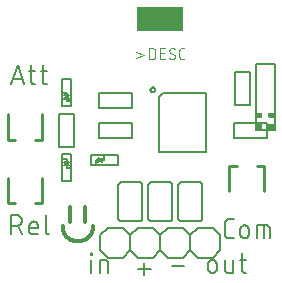
<source format=gbr>
G04 EAGLE Gerber RS-274X export*
G75*
%MOMM*%
%FSLAX34Y34*%
%LPD*%
%INSilkscreen Top*%
%IPPOS*%
%AMOC8*
5,1,8,0,0,1.08239X$1,22.5*%
G01*
%ADD10C,0.152400*%
%ADD11C,0.304800*%
%ADD12C,0.127000*%
%ADD13C,0.254000*%
%ADD14R,4.000000X2.000000*%
%ADD15C,0.076200*%

G36*
X239777Y123202D02*
X239777Y123202D01*
X239843Y123204D01*
X239887Y123222D01*
X239933Y123230D01*
X239990Y123264D01*
X240051Y123289D01*
X240086Y123320D01*
X240127Y123345D01*
X240168Y123396D01*
X240217Y123440D01*
X240238Y123482D01*
X240268Y123519D01*
X240289Y123581D01*
X240319Y123640D01*
X240327Y123694D01*
X240340Y123731D01*
X240339Y123771D01*
X240347Y123825D01*
X240347Y128588D01*
X240335Y128652D01*
X240333Y128718D01*
X240315Y128762D01*
X240307Y128808D01*
X240274Y128865D01*
X240249Y128926D01*
X240217Y128961D01*
X240193Y129002D01*
X240142Y129043D01*
X240097Y129092D01*
X240055Y129113D01*
X240019Y129143D01*
X239957Y129164D01*
X239898Y129194D01*
X239843Y129202D01*
X239806Y129215D01*
X239767Y129214D01*
X239713Y129222D01*
X234950Y129222D01*
X234885Y129210D01*
X234819Y129208D01*
X234776Y129190D01*
X234729Y129182D01*
X234672Y129149D01*
X234612Y129124D01*
X234577Y129092D01*
X234536Y129068D01*
X234495Y129017D01*
X234446Y128972D01*
X234424Y128930D01*
X234395Y128894D01*
X234374Y128832D01*
X234343Y128773D01*
X234335Y128718D01*
X234323Y128681D01*
X234324Y128642D01*
X234316Y128588D01*
X234316Y123825D01*
X234327Y123760D01*
X234329Y123694D01*
X234347Y123651D01*
X234355Y123604D01*
X234389Y123547D01*
X234414Y123487D01*
X234445Y123452D01*
X234470Y123411D01*
X234521Y123370D01*
X234565Y123321D01*
X234607Y123299D01*
X234644Y123270D01*
X234706Y123249D01*
X234765Y123218D01*
X234819Y123210D01*
X234856Y123198D01*
X234896Y123199D01*
X234950Y123191D01*
X239713Y123191D01*
X239777Y123202D01*
G37*
G36*
X228665Y123202D02*
X228665Y123202D01*
X228731Y123204D01*
X228774Y123222D01*
X228821Y123230D01*
X228878Y123264D01*
X228938Y123289D01*
X228973Y123320D01*
X229014Y123345D01*
X229056Y123396D01*
X229104Y123440D01*
X229126Y123482D01*
X229155Y123519D01*
X229176Y123581D01*
X229207Y123640D01*
X229215Y123694D01*
X229227Y123731D01*
X229226Y123771D01*
X229234Y123825D01*
X229234Y128588D01*
X229223Y128652D01*
X229221Y128718D01*
X229203Y128762D01*
X229195Y128808D01*
X229161Y128865D01*
X229136Y128926D01*
X229105Y128961D01*
X229080Y129002D01*
X229029Y129043D01*
X228985Y129092D01*
X228943Y129113D01*
X228906Y129143D01*
X228844Y129164D01*
X228785Y129194D01*
X228731Y129202D01*
X228694Y129215D01*
X228654Y129214D01*
X228600Y129222D01*
X223838Y129222D01*
X223773Y129210D01*
X223707Y129208D01*
X223663Y129190D01*
X223617Y129182D01*
X223560Y129149D01*
X223499Y129124D01*
X223464Y129092D01*
X223423Y129068D01*
X223382Y129017D01*
X223333Y128972D01*
X223312Y128930D01*
X223282Y128894D01*
X223261Y128832D01*
X223231Y128773D01*
X223223Y128718D01*
X223210Y128681D01*
X223211Y128642D01*
X223203Y128588D01*
X223203Y123825D01*
X223215Y123760D01*
X223217Y123694D01*
X223235Y123651D01*
X223243Y123604D01*
X223276Y123547D01*
X223301Y123487D01*
X223333Y123452D01*
X223357Y123411D01*
X223408Y123370D01*
X223453Y123321D01*
X223495Y123299D01*
X223531Y123270D01*
X223594Y123249D01*
X223652Y123218D01*
X223707Y123210D01*
X223744Y123198D01*
X223783Y123199D01*
X223838Y123191D01*
X228600Y123191D01*
X228665Y123202D01*
G37*
G36*
X228665Y134315D02*
X228665Y134315D01*
X228731Y134317D01*
X228774Y134335D01*
X228821Y134343D01*
X228878Y134376D01*
X228938Y134401D01*
X228973Y134433D01*
X229014Y134457D01*
X229056Y134508D01*
X229104Y134553D01*
X229126Y134595D01*
X229155Y134631D01*
X229176Y134694D01*
X229207Y134752D01*
X229215Y134807D01*
X229227Y134844D01*
X229226Y134883D01*
X229234Y134938D01*
X229234Y138113D01*
X229223Y138177D01*
X229221Y138243D01*
X229203Y138287D01*
X229195Y138333D01*
X229161Y138390D01*
X229136Y138451D01*
X229105Y138486D01*
X229080Y138527D01*
X229029Y138568D01*
X228985Y138617D01*
X228943Y138638D01*
X228906Y138668D01*
X228844Y138689D01*
X228785Y138719D01*
X228731Y138727D01*
X228694Y138740D01*
X228654Y138739D01*
X228600Y138747D01*
X223838Y138747D01*
X223773Y138735D01*
X223707Y138733D01*
X223663Y138715D01*
X223617Y138707D01*
X223560Y138674D01*
X223499Y138649D01*
X223464Y138617D01*
X223423Y138593D01*
X223382Y138542D01*
X223333Y138497D01*
X223312Y138455D01*
X223282Y138419D01*
X223261Y138357D01*
X223231Y138298D01*
X223223Y138243D01*
X223210Y138206D01*
X223210Y138203D01*
X223210Y138202D01*
X223211Y138166D01*
X223203Y138113D01*
X223203Y134938D01*
X223215Y134873D01*
X223217Y134807D01*
X223235Y134763D01*
X223243Y134717D01*
X223276Y134660D01*
X223301Y134599D01*
X223333Y134564D01*
X223357Y134523D01*
X223408Y134482D01*
X223453Y134433D01*
X223495Y134412D01*
X223531Y134382D01*
X223594Y134361D01*
X223652Y134331D01*
X223707Y134323D01*
X223744Y134310D01*
X223783Y134311D01*
X223838Y134303D01*
X228600Y134303D01*
X228665Y134315D01*
G37*
G36*
X239777Y134315D02*
X239777Y134315D01*
X239843Y134317D01*
X239887Y134335D01*
X239933Y134343D01*
X239990Y134376D01*
X240051Y134401D01*
X240086Y134433D01*
X240127Y134457D01*
X240168Y134508D01*
X240217Y134553D01*
X240238Y134595D01*
X240268Y134631D01*
X240289Y134694D01*
X240319Y134752D01*
X240327Y134807D01*
X240340Y134844D01*
X240339Y134883D01*
X240347Y134938D01*
X240347Y138113D01*
X240335Y138177D01*
X240333Y138243D01*
X240315Y138287D01*
X240307Y138333D01*
X240274Y138390D01*
X240249Y138451D01*
X240217Y138486D01*
X240193Y138527D01*
X240142Y138568D01*
X240097Y138617D01*
X240055Y138638D01*
X240019Y138668D01*
X239957Y138689D01*
X239898Y138719D01*
X239843Y138727D01*
X239806Y138740D01*
X239767Y138739D01*
X239713Y138747D01*
X234950Y138747D01*
X234885Y138735D01*
X234819Y138733D01*
X234776Y138715D01*
X234729Y138707D01*
X234672Y138674D01*
X234612Y138649D01*
X234577Y138617D01*
X234536Y138593D01*
X234495Y138542D01*
X234446Y138497D01*
X234424Y138455D01*
X234395Y138419D01*
X234374Y138357D01*
X234343Y138298D01*
X234335Y138243D01*
X234323Y138206D01*
X234323Y138203D01*
X234323Y138202D01*
X234324Y138166D01*
X234316Y138113D01*
X234316Y134938D01*
X234327Y134873D01*
X234329Y134807D01*
X234347Y134763D01*
X234355Y134717D01*
X234389Y134660D01*
X234414Y134599D01*
X234445Y134564D01*
X234470Y134523D01*
X234521Y134482D01*
X234565Y134433D01*
X234607Y134412D01*
X234644Y134382D01*
X234706Y134361D01*
X234765Y134331D01*
X234819Y134323D01*
X234856Y134310D01*
X234896Y134311D01*
X234950Y134303D01*
X239713Y134303D01*
X239777Y134315D01*
G37*
D10*
X16637Y162687D02*
X22056Y178943D01*
X27474Y162687D01*
X26120Y166751D02*
X17992Y166751D01*
X31735Y173524D02*
X37154Y173524D01*
X33541Y178943D02*
X33541Y165396D01*
X33542Y165396D02*
X33544Y165295D01*
X33550Y165194D01*
X33559Y165093D01*
X33572Y164992D01*
X33589Y164892D01*
X33610Y164793D01*
X33634Y164695D01*
X33662Y164598D01*
X33694Y164501D01*
X33729Y164406D01*
X33768Y164313D01*
X33810Y164221D01*
X33856Y164130D01*
X33905Y164042D01*
X33957Y163955D01*
X34013Y163870D01*
X34071Y163787D01*
X34133Y163707D01*
X34198Y163629D01*
X34265Y163553D01*
X34335Y163480D01*
X34408Y163410D01*
X34484Y163343D01*
X34562Y163278D01*
X34642Y163216D01*
X34725Y163158D01*
X34810Y163102D01*
X34897Y163050D01*
X34985Y163001D01*
X35076Y162955D01*
X35168Y162913D01*
X35261Y162874D01*
X35356Y162839D01*
X35453Y162807D01*
X35550Y162779D01*
X35648Y162755D01*
X35747Y162734D01*
X35847Y162717D01*
X35948Y162704D01*
X36049Y162695D01*
X36150Y162689D01*
X36251Y162687D01*
X37154Y162687D01*
X41635Y173524D02*
X47054Y173524D01*
X43441Y178943D02*
X43441Y165396D01*
X43443Y165295D01*
X43449Y165194D01*
X43458Y165093D01*
X43471Y164992D01*
X43488Y164892D01*
X43509Y164793D01*
X43533Y164695D01*
X43561Y164598D01*
X43593Y164501D01*
X43628Y164406D01*
X43667Y164313D01*
X43709Y164221D01*
X43755Y164130D01*
X43804Y164042D01*
X43856Y163955D01*
X43912Y163870D01*
X43970Y163787D01*
X44032Y163707D01*
X44097Y163629D01*
X44164Y163553D01*
X44234Y163480D01*
X44307Y163410D01*
X44383Y163343D01*
X44461Y163278D01*
X44541Y163216D01*
X44624Y163158D01*
X44709Y163102D01*
X44796Y163050D01*
X44884Y163001D01*
X44975Y162955D01*
X45067Y162913D01*
X45160Y162874D01*
X45255Y162839D01*
X45352Y162807D01*
X45449Y162779D01*
X45547Y162755D01*
X45646Y162734D01*
X45746Y162717D01*
X45847Y162704D01*
X45948Y162695D01*
X46049Y162689D01*
X46150Y162687D01*
X47054Y162687D01*
X16637Y51943D02*
X16637Y35687D01*
X16637Y51943D02*
X21153Y51943D01*
X21286Y51941D01*
X21418Y51935D01*
X21550Y51925D01*
X21682Y51912D01*
X21814Y51894D01*
X21944Y51873D01*
X22075Y51848D01*
X22204Y51819D01*
X22332Y51786D01*
X22460Y51750D01*
X22586Y51710D01*
X22711Y51666D01*
X22835Y51618D01*
X22957Y51567D01*
X23078Y51512D01*
X23197Y51454D01*
X23315Y51392D01*
X23430Y51327D01*
X23544Y51258D01*
X23655Y51187D01*
X23764Y51111D01*
X23871Y51033D01*
X23976Y50952D01*
X24078Y50867D01*
X24178Y50780D01*
X24275Y50690D01*
X24370Y50597D01*
X24461Y50501D01*
X24550Y50403D01*
X24636Y50302D01*
X24719Y50198D01*
X24799Y50092D01*
X24875Y49984D01*
X24949Y49874D01*
X25019Y49761D01*
X25086Y49647D01*
X25149Y49530D01*
X25209Y49412D01*
X25266Y49292D01*
X25319Y49170D01*
X25368Y49047D01*
X25414Y48923D01*
X25456Y48797D01*
X25494Y48670D01*
X25529Y48542D01*
X25560Y48413D01*
X25587Y48284D01*
X25610Y48153D01*
X25630Y48022D01*
X25645Y47890D01*
X25657Y47758D01*
X25665Y47626D01*
X25669Y47493D01*
X25669Y47361D01*
X25665Y47228D01*
X25657Y47096D01*
X25645Y46964D01*
X25630Y46832D01*
X25610Y46701D01*
X25587Y46570D01*
X25560Y46441D01*
X25529Y46312D01*
X25494Y46184D01*
X25456Y46057D01*
X25414Y45931D01*
X25368Y45807D01*
X25319Y45684D01*
X25266Y45562D01*
X25209Y45442D01*
X25149Y45324D01*
X25086Y45207D01*
X25019Y45093D01*
X24949Y44980D01*
X24875Y44870D01*
X24799Y44762D01*
X24719Y44656D01*
X24636Y44552D01*
X24550Y44451D01*
X24461Y44353D01*
X24370Y44257D01*
X24275Y44164D01*
X24178Y44074D01*
X24078Y43987D01*
X23976Y43902D01*
X23871Y43821D01*
X23764Y43743D01*
X23655Y43667D01*
X23544Y43596D01*
X23430Y43527D01*
X23315Y43462D01*
X23197Y43400D01*
X23078Y43342D01*
X22957Y43287D01*
X22835Y43236D01*
X22711Y43188D01*
X22586Y43144D01*
X22460Y43104D01*
X22332Y43068D01*
X22204Y43035D01*
X22075Y43006D01*
X21944Y42981D01*
X21814Y42960D01*
X21682Y42942D01*
X21550Y42929D01*
X21418Y42919D01*
X21286Y42913D01*
X21153Y42911D01*
X21153Y42912D02*
X16637Y42912D01*
X22056Y42912D02*
X25668Y35687D01*
X34747Y35687D02*
X39263Y35687D01*
X34747Y35687D02*
X34646Y35689D01*
X34545Y35695D01*
X34444Y35704D01*
X34343Y35717D01*
X34243Y35734D01*
X34144Y35755D01*
X34046Y35779D01*
X33949Y35807D01*
X33852Y35839D01*
X33757Y35874D01*
X33664Y35913D01*
X33572Y35955D01*
X33481Y36001D01*
X33393Y36050D01*
X33306Y36102D01*
X33221Y36158D01*
X33138Y36216D01*
X33058Y36278D01*
X32980Y36343D01*
X32904Y36410D01*
X32831Y36480D01*
X32761Y36553D01*
X32694Y36629D01*
X32629Y36707D01*
X32567Y36787D01*
X32509Y36870D01*
X32453Y36955D01*
X32401Y37041D01*
X32352Y37130D01*
X32306Y37221D01*
X32264Y37313D01*
X32225Y37406D01*
X32190Y37501D01*
X32158Y37598D01*
X32130Y37695D01*
X32106Y37793D01*
X32085Y37892D01*
X32068Y37992D01*
X32055Y38093D01*
X32046Y38194D01*
X32040Y38295D01*
X32038Y38396D01*
X32038Y42912D01*
X32040Y43031D01*
X32046Y43151D01*
X32056Y43270D01*
X32070Y43388D01*
X32087Y43507D01*
X32109Y43624D01*
X32134Y43741D01*
X32164Y43856D01*
X32197Y43971D01*
X32234Y44085D01*
X32274Y44197D01*
X32319Y44308D01*
X32367Y44417D01*
X32418Y44525D01*
X32473Y44631D01*
X32532Y44735D01*
X32594Y44837D01*
X32659Y44937D01*
X32728Y45035D01*
X32800Y45131D01*
X32875Y45224D01*
X32952Y45314D01*
X33033Y45402D01*
X33117Y45487D01*
X33204Y45569D01*
X33293Y45649D01*
X33385Y45725D01*
X33479Y45799D01*
X33576Y45869D01*
X33674Y45936D01*
X33775Y46000D01*
X33879Y46060D01*
X33984Y46117D01*
X34091Y46170D01*
X34199Y46220D01*
X34309Y46266D01*
X34421Y46308D01*
X34534Y46347D01*
X34648Y46382D01*
X34763Y46413D01*
X34880Y46441D01*
X34997Y46464D01*
X35114Y46484D01*
X35233Y46500D01*
X35352Y46512D01*
X35471Y46520D01*
X35590Y46524D01*
X35710Y46524D01*
X35829Y46520D01*
X35948Y46512D01*
X36067Y46500D01*
X36186Y46484D01*
X36303Y46464D01*
X36420Y46441D01*
X36537Y46413D01*
X36652Y46382D01*
X36766Y46347D01*
X36879Y46308D01*
X36991Y46266D01*
X37101Y46220D01*
X37209Y46170D01*
X37316Y46117D01*
X37421Y46060D01*
X37525Y46000D01*
X37626Y45936D01*
X37724Y45869D01*
X37821Y45799D01*
X37915Y45725D01*
X38007Y45649D01*
X38096Y45569D01*
X38183Y45487D01*
X38267Y45402D01*
X38348Y45314D01*
X38425Y45224D01*
X38500Y45131D01*
X38572Y45035D01*
X38641Y44937D01*
X38706Y44837D01*
X38768Y44735D01*
X38827Y44631D01*
X38882Y44525D01*
X38933Y44417D01*
X38981Y44308D01*
X39026Y44197D01*
X39066Y44085D01*
X39103Y43971D01*
X39136Y43856D01*
X39166Y43741D01*
X39191Y43624D01*
X39213Y43507D01*
X39230Y43388D01*
X39244Y43270D01*
X39254Y43151D01*
X39260Y43031D01*
X39262Y42912D01*
X39263Y42912D02*
X39263Y41106D01*
X32038Y41106D01*
X45822Y38396D02*
X45822Y51943D01*
X45822Y38396D02*
X45824Y38295D01*
X45830Y38194D01*
X45839Y38093D01*
X45852Y37992D01*
X45869Y37892D01*
X45890Y37793D01*
X45914Y37695D01*
X45942Y37598D01*
X45974Y37501D01*
X46009Y37406D01*
X46048Y37313D01*
X46090Y37221D01*
X46136Y37130D01*
X46185Y37041D01*
X46237Y36955D01*
X46293Y36870D01*
X46351Y36787D01*
X46413Y36707D01*
X46478Y36629D01*
X46545Y36553D01*
X46615Y36480D01*
X46688Y36410D01*
X46764Y36343D01*
X46842Y36278D01*
X46922Y36216D01*
X47005Y36158D01*
X47090Y36102D01*
X47177Y36050D01*
X47265Y36001D01*
X47356Y35955D01*
X47448Y35913D01*
X47541Y35874D01*
X47636Y35839D01*
X47733Y35807D01*
X47830Y35779D01*
X47928Y35755D01*
X48027Y35734D01*
X48127Y35717D01*
X48228Y35704D01*
X48329Y35695D01*
X48430Y35689D01*
X48531Y35687D01*
X201224Y32512D02*
X204837Y32512D01*
X201224Y32512D02*
X201106Y32514D01*
X200988Y32520D01*
X200870Y32529D01*
X200753Y32543D01*
X200636Y32560D01*
X200519Y32581D01*
X200404Y32606D01*
X200289Y32635D01*
X200175Y32668D01*
X200063Y32704D01*
X199952Y32744D01*
X199842Y32787D01*
X199733Y32834D01*
X199626Y32884D01*
X199521Y32939D01*
X199418Y32996D01*
X199317Y33057D01*
X199217Y33121D01*
X199120Y33188D01*
X199025Y33258D01*
X198933Y33332D01*
X198842Y33408D01*
X198755Y33488D01*
X198670Y33570D01*
X198588Y33655D01*
X198508Y33742D01*
X198432Y33833D01*
X198358Y33925D01*
X198288Y34020D01*
X198221Y34117D01*
X198157Y34217D01*
X198096Y34318D01*
X198039Y34421D01*
X197984Y34526D01*
X197934Y34633D01*
X197887Y34742D01*
X197844Y34852D01*
X197804Y34963D01*
X197768Y35075D01*
X197735Y35189D01*
X197706Y35304D01*
X197681Y35419D01*
X197660Y35536D01*
X197643Y35653D01*
X197629Y35770D01*
X197620Y35888D01*
X197614Y36006D01*
X197612Y36124D01*
X197612Y45156D01*
X197614Y45274D01*
X197620Y45392D01*
X197629Y45510D01*
X197643Y45627D01*
X197660Y45744D01*
X197681Y45861D01*
X197706Y45976D01*
X197735Y46091D01*
X197768Y46205D01*
X197804Y46317D01*
X197844Y46428D01*
X197887Y46538D01*
X197934Y46647D01*
X197984Y46754D01*
X198038Y46859D01*
X198096Y46962D01*
X198157Y47063D01*
X198221Y47163D01*
X198288Y47260D01*
X198358Y47355D01*
X198432Y47447D01*
X198508Y47538D01*
X198588Y47625D01*
X198670Y47710D01*
X198755Y47792D01*
X198842Y47872D01*
X198933Y47948D01*
X199025Y48022D01*
X199120Y48092D01*
X199217Y48159D01*
X199317Y48223D01*
X199418Y48284D01*
X199521Y48341D01*
X199626Y48395D01*
X199733Y48446D01*
X199842Y48493D01*
X199952Y48536D01*
X200063Y48576D01*
X200175Y48612D01*
X200289Y48645D01*
X200404Y48674D01*
X200519Y48699D01*
X200636Y48720D01*
X200753Y48737D01*
X200870Y48751D01*
X200988Y48760D01*
X201106Y48766D01*
X201224Y48768D01*
X204837Y48768D01*
X210539Y39737D02*
X210539Y36124D01*
X210539Y39737D02*
X210541Y39856D01*
X210547Y39976D01*
X210557Y40095D01*
X210571Y40213D01*
X210588Y40332D01*
X210610Y40449D01*
X210635Y40566D01*
X210665Y40681D01*
X210698Y40796D01*
X210735Y40910D01*
X210775Y41022D01*
X210820Y41133D01*
X210868Y41242D01*
X210919Y41350D01*
X210974Y41456D01*
X211033Y41560D01*
X211095Y41662D01*
X211160Y41762D01*
X211229Y41860D01*
X211301Y41956D01*
X211376Y42049D01*
X211453Y42139D01*
X211534Y42227D01*
X211618Y42312D01*
X211705Y42394D01*
X211794Y42474D01*
X211886Y42550D01*
X211980Y42624D01*
X212077Y42694D01*
X212175Y42761D01*
X212276Y42825D01*
X212380Y42885D01*
X212485Y42942D01*
X212592Y42995D01*
X212700Y43045D01*
X212810Y43091D01*
X212922Y43133D01*
X213035Y43172D01*
X213149Y43207D01*
X213264Y43238D01*
X213381Y43266D01*
X213498Y43289D01*
X213615Y43309D01*
X213734Y43325D01*
X213853Y43337D01*
X213972Y43345D01*
X214091Y43349D01*
X214211Y43349D01*
X214330Y43345D01*
X214449Y43337D01*
X214568Y43325D01*
X214687Y43309D01*
X214804Y43289D01*
X214921Y43266D01*
X215038Y43238D01*
X215153Y43207D01*
X215267Y43172D01*
X215380Y43133D01*
X215492Y43091D01*
X215602Y43045D01*
X215710Y42995D01*
X215817Y42942D01*
X215922Y42885D01*
X216026Y42825D01*
X216127Y42761D01*
X216225Y42694D01*
X216322Y42624D01*
X216416Y42550D01*
X216508Y42474D01*
X216597Y42394D01*
X216684Y42312D01*
X216768Y42227D01*
X216849Y42139D01*
X216926Y42049D01*
X217001Y41956D01*
X217073Y41860D01*
X217142Y41762D01*
X217207Y41662D01*
X217269Y41560D01*
X217328Y41456D01*
X217383Y41350D01*
X217434Y41242D01*
X217482Y41133D01*
X217527Y41022D01*
X217567Y40910D01*
X217604Y40796D01*
X217637Y40681D01*
X217667Y40566D01*
X217692Y40449D01*
X217714Y40332D01*
X217731Y40213D01*
X217745Y40095D01*
X217755Y39976D01*
X217761Y39856D01*
X217763Y39737D01*
X217763Y36124D01*
X217761Y36005D01*
X217755Y35885D01*
X217745Y35766D01*
X217731Y35648D01*
X217714Y35529D01*
X217692Y35412D01*
X217667Y35295D01*
X217637Y35180D01*
X217604Y35065D01*
X217567Y34951D01*
X217527Y34839D01*
X217482Y34728D01*
X217434Y34619D01*
X217383Y34511D01*
X217328Y34405D01*
X217269Y34301D01*
X217207Y34199D01*
X217142Y34099D01*
X217073Y34001D01*
X217001Y33905D01*
X216926Y33812D01*
X216849Y33722D01*
X216768Y33634D01*
X216684Y33549D01*
X216597Y33467D01*
X216508Y33387D01*
X216416Y33311D01*
X216322Y33237D01*
X216225Y33167D01*
X216127Y33100D01*
X216026Y33036D01*
X215922Y32976D01*
X215817Y32919D01*
X215710Y32866D01*
X215602Y32816D01*
X215492Y32770D01*
X215380Y32728D01*
X215267Y32689D01*
X215153Y32654D01*
X215038Y32623D01*
X214921Y32595D01*
X214804Y32572D01*
X214687Y32552D01*
X214568Y32536D01*
X214449Y32524D01*
X214330Y32516D01*
X214211Y32512D01*
X214091Y32512D01*
X213972Y32516D01*
X213853Y32524D01*
X213734Y32536D01*
X213615Y32552D01*
X213498Y32572D01*
X213381Y32595D01*
X213264Y32623D01*
X213149Y32654D01*
X213035Y32689D01*
X212922Y32728D01*
X212810Y32770D01*
X212700Y32816D01*
X212592Y32866D01*
X212485Y32919D01*
X212380Y32976D01*
X212276Y33036D01*
X212175Y33100D01*
X212077Y33167D01*
X211980Y33237D01*
X211886Y33311D01*
X211794Y33387D01*
X211705Y33467D01*
X211618Y33549D01*
X211534Y33634D01*
X211453Y33722D01*
X211376Y33812D01*
X211301Y33905D01*
X211229Y34001D01*
X211160Y34099D01*
X211095Y34199D01*
X211033Y34301D01*
X210974Y34405D01*
X210919Y34511D01*
X210868Y34619D01*
X210820Y34728D01*
X210775Y34839D01*
X210735Y34951D01*
X210698Y35065D01*
X210665Y35180D01*
X210635Y35295D01*
X210610Y35412D01*
X210588Y35529D01*
X210571Y35648D01*
X210557Y35766D01*
X210547Y35885D01*
X210541Y36005D01*
X210539Y36124D01*
X224885Y32512D02*
X224885Y43349D01*
X233013Y43349D01*
X233114Y43347D01*
X233215Y43341D01*
X233316Y43332D01*
X233417Y43319D01*
X233517Y43302D01*
X233616Y43281D01*
X233714Y43257D01*
X233811Y43229D01*
X233908Y43197D01*
X234003Y43162D01*
X234096Y43123D01*
X234188Y43081D01*
X234279Y43035D01*
X234368Y42986D01*
X234454Y42934D01*
X234539Y42878D01*
X234622Y42820D01*
X234702Y42758D01*
X234780Y42693D01*
X234856Y42626D01*
X234929Y42556D01*
X234999Y42483D01*
X235066Y42407D01*
X235131Y42329D01*
X235193Y42249D01*
X235251Y42166D01*
X235307Y42081D01*
X235359Y41995D01*
X235408Y41906D01*
X235454Y41815D01*
X235496Y41723D01*
X235535Y41630D01*
X235570Y41535D01*
X235602Y41438D01*
X235630Y41341D01*
X235654Y41243D01*
X235675Y41144D01*
X235692Y41044D01*
X235705Y40943D01*
X235714Y40842D01*
X235720Y40741D01*
X235722Y40640D01*
X235722Y32512D01*
X230303Y32512D02*
X230303Y43349D01*
X84557Y13981D02*
X84557Y3143D01*
X84106Y18496D02*
X84106Y19399D01*
X85009Y19399D01*
X85009Y18496D01*
X84106Y18496D01*
X91366Y13981D02*
X91366Y3143D01*
X91366Y13981D02*
X95881Y13981D01*
X95881Y13980D02*
X95985Y13978D01*
X96088Y13972D01*
X96192Y13962D01*
X96295Y13948D01*
X96397Y13930D01*
X96498Y13909D01*
X96599Y13883D01*
X96698Y13854D01*
X96797Y13821D01*
X96894Y13784D01*
X96989Y13743D01*
X97083Y13699D01*
X97175Y13651D01*
X97265Y13600D01*
X97354Y13545D01*
X97440Y13487D01*
X97523Y13425D01*
X97605Y13361D01*
X97683Y13293D01*
X97759Y13223D01*
X97833Y13150D01*
X97903Y13073D01*
X97971Y12995D01*
X98035Y12913D01*
X98097Y12830D01*
X98155Y12744D01*
X98210Y12655D01*
X98261Y12565D01*
X98309Y12473D01*
X98353Y12379D01*
X98394Y12284D01*
X98431Y12187D01*
X98464Y12088D01*
X98493Y11989D01*
X98519Y11888D01*
X98540Y11787D01*
X98558Y11685D01*
X98572Y11582D01*
X98582Y11478D01*
X98588Y11375D01*
X98590Y11271D01*
X98591Y11271D02*
X98591Y3143D01*
X123793Y6290D02*
X134631Y6290D01*
X129212Y871D02*
X129212Y11709D01*
X152368Y8671D02*
X163206Y8671D01*
X183325Y10368D02*
X183325Y6756D01*
X183325Y10368D02*
X183327Y10487D01*
X183333Y10607D01*
X183343Y10726D01*
X183357Y10844D01*
X183374Y10963D01*
X183396Y11080D01*
X183421Y11197D01*
X183451Y11312D01*
X183484Y11427D01*
X183521Y11541D01*
X183561Y11653D01*
X183606Y11764D01*
X183654Y11873D01*
X183705Y11981D01*
X183760Y12087D01*
X183819Y12191D01*
X183881Y12293D01*
X183946Y12393D01*
X184015Y12491D01*
X184087Y12587D01*
X184162Y12680D01*
X184239Y12770D01*
X184320Y12858D01*
X184404Y12943D01*
X184491Y13025D01*
X184580Y13105D01*
X184672Y13181D01*
X184766Y13255D01*
X184863Y13325D01*
X184961Y13392D01*
X185062Y13456D01*
X185166Y13516D01*
X185271Y13573D01*
X185378Y13626D01*
X185486Y13676D01*
X185596Y13722D01*
X185708Y13764D01*
X185821Y13803D01*
X185935Y13838D01*
X186050Y13869D01*
X186167Y13897D01*
X186284Y13920D01*
X186401Y13940D01*
X186520Y13956D01*
X186639Y13968D01*
X186758Y13976D01*
X186877Y13980D01*
X186997Y13980D01*
X187116Y13976D01*
X187235Y13968D01*
X187354Y13956D01*
X187473Y13940D01*
X187590Y13920D01*
X187707Y13897D01*
X187824Y13869D01*
X187939Y13838D01*
X188053Y13803D01*
X188166Y13764D01*
X188278Y13722D01*
X188388Y13676D01*
X188496Y13626D01*
X188603Y13573D01*
X188708Y13516D01*
X188812Y13456D01*
X188913Y13392D01*
X189011Y13325D01*
X189108Y13255D01*
X189202Y13181D01*
X189294Y13105D01*
X189383Y13025D01*
X189470Y12943D01*
X189554Y12858D01*
X189635Y12770D01*
X189712Y12680D01*
X189787Y12587D01*
X189859Y12491D01*
X189928Y12393D01*
X189993Y12293D01*
X190055Y12191D01*
X190114Y12087D01*
X190169Y11981D01*
X190220Y11873D01*
X190268Y11764D01*
X190313Y11653D01*
X190353Y11541D01*
X190390Y11427D01*
X190423Y11312D01*
X190453Y11197D01*
X190478Y11080D01*
X190500Y10963D01*
X190517Y10844D01*
X190531Y10726D01*
X190541Y10607D01*
X190547Y10487D01*
X190549Y10368D01*
X190549Y6756D01*
X190547Y6637D01*
X190541Y6517D01*
X190531Y6398D01*
X190517Y6280D01*
X190500Y6161D01*
X190478Y6044D01*
X190453Y5927D01*
X190423Y5812D01*
X190390Y5697D01*
X190353Y5583D01*
X190313Y5471D01*
X190268Y5360D01*
X190220Y5251D01*
X190169Y5143D01*
X190114Y5037D01*
X190055Y4933D01*
X189993Y4831D01*
X189928Y4731D01*
X189859Y4633D01*
X189787Y4537D01*
X189712Y4444D01*
X189635Y4354D01*
X189554Y4266D01*
X189470Y4181D01*
X189383Y4099D01*
X189294Y4019D01*
X189202Y3943D01*
X189108Y3869D01*
X189011Y3799D01*
X188913Y3732D01*
X188812Y3668D01*
X188708Y3608D01*
X188603Y3551D01*
X188496Y3498D01*
X188388Y3448D01*
X188278Y3402D01*
X188166Y3360D01*
X188053Y3321D01*
X187939Y3286D01*
X187824Y3255D01*
X187707Y3227D01*
X187590Y3204D01*
X187473Y3184D01*
X187354Y3168D01*
X187235Y3156D01*
X187116Y3148D01*
X186997Y3144D01*
X186877Y3144D01*
X186758Y3148D01*
X186639Y3156D01*
X186520Y3168D01*
X186401Y3184D01*
X186284Y3204D01*
X186167Y3227D01*
X186050Y3255D01*
X185935Y3286D01*
X185821Y3321D01*
X185708Y3360D01*
X185596Y3402D01*
X185486Y3448D01*
X185378Y3498D01*
X185271Y3551D01*
X185166Y3608D01*
X185062Y3668D01*
X184961Y3732D01*
X184863Y3799D01*
X184766Y3869D01*
X184672Y3943D01*
X184580Y4019D01*
X184491Y4099D01*
X184404Y4181D01*
X184320Y4266D01*
X184239Y4354D01*
X184162Y4444D01*
X184087Y4537D01*
X184015Y4633D01*
X183946Y4731D01*
X183881Y4831D01*
X183819Y4933D01*
X183760Y5037D01*
X183705Y5143D01*
X183654Y5251D01*
X183606Y5360D01*
X183561Y5471D01*
X183521Y5583D01*
X183484Y5697D01*
X183451Y5812D01*
X183421Y5927D01*
X183396Y6044D01*
X183374Y6161D01*
X183357Y6280D01*
X183343Y6398D01*
X183333Y6517D01*
X183327Y6637D01*
X183325Y6756D01*
X197393Y5853D02*
X197393Y13981D01*
X197393Y5853D02*
X197395Y5752D01*
X197401Y5651D01*
X197410Y5550D01*
X197423Y5449D01*
X197440Y5349D01*
X197461Y5250D01*
X197485Y5152D01*
X197513Y5055D01*
X197545Y4958D01*
X197580Y4863D01*
X197619Y4770D01*
X197661Y4678D01*
X197707Y4587D01*
X197756Y4498D01*
X197808Y4412D01*
X197864Y4327D01*
X197922Y4244D01*
X197984Y4164D01*
X198049Y4086D01*
X198116Y4010D01*
X198186Y3937D01*
X198259Y3867D01*
X198335Y3800D01*
X198413Y3735D01*
X198493Y3673D01*
X198576Y3615D01*
X198661Y3559D01*
X198748Y3507D01*
X198836Y3458D01*
X198927Y3412D01*
X199019Y3370D01*
X199112Y3331D01*
X199207Y3296D01*
X199304Y3264D01*
X199401Y3236D01*
X199499Y3212D01*
X199598Y3191D01*
X199698Y3174D01*
X199799Y3161D01*
X199900Y3152D01*
X200001Y3146D01*
X200102Y3144D01*
X200102Y3143D02*
X204617Y3143D01*
X204617Y13981D01*
X210163Y13981D02*
X215582Y13981D01*
X211970Y19399D02*
X211970Y5853D01*
X211972Y5752D01*
X211978Y5651D01*
X211987Y5550D01*
X212000Y5449D01*
X212017Y5349D01*
X212038Y5250D01*
X212062Y5152D01*
X212090Y5055D01*
X212122Y4958D01*
X212157Y4863D01*
X212196Y4770D01*
X212238Y4678D01*
X212284Y4587D01*
X212333Y4498D01*
X212385Y4412D01*
X212441Y4327D01*
X212499Y4244D01*
X212561Y4164D01*
X212626Y4086D01*
X212693Y4010D01*
X212763Y3937D01*
X212836Y3867D01*
X212912Y3800D01*
X212990Y3735D01*
X213070Y3673D01*
X213153Y3615D01*
X213238Y3559D01*
X213325Y3507D01*
X213413Y3458D01*
X213504Y3412D01*
X213596Y3370D01*
X213689Y3331D01*
X213784Y3296D01*
X213881Y3264D01*
X213978Y3236D01*
X214076Y3212D01*
X214175Y3191D01*
X214275Y3174D01*
X214376Y3161D01*
X214477Y3152D01*
X214578Y3146D01*
X214679Y3144D01*
X214679Y3143D02*
X215582Y3143D01*
D11*
X66675Y46038D02*
X66675Y58738D01*
X79375Y58738D02*
X79375Y46038D01*
X60325Y42863D02*
X60325Y41275D01*
X60328Y41006D01*
X60338Y40738D01*
X60354Y40470D01*
X60377Y40202D01*
X60406Y39935D01*
X60442Y39669D01*
X60484Y39404D01*
X60532Y39140D01*
X60587Y38877D01*
X60648Y38615D01*
X60715Y38356D01*
X60789Y38097D01*
X60869Y37841D01*
X60955Y37587D01*
X61047Y37334D01*
X61145Y37084D01*
X61250Y36837D01*
X61360Y36592D01*
X61476Y36350D01*
X61598Y36111D01*
X61726Y35874D01*
X61859Y35641D01*
X61998Y35411D01*
X62142Y35185D01*
X62292Y34962D01*
X62447Y34743D01*
X62608Y34528D01*
X62773Y34316D01*
X62944Y34109D01*
X63120Y33906D01*
X63300Y33707D01*
X63486Y33512D01*
X63675Y33323D01*
X63870Y33137D01*
X64069Y32957D01*
X64272Y32781D01*
X64479Y32610D01*
X64691Y32445D01*
X64906Y32284D01*
X65125Y32129D01*
X65348Y31979D01*
X65574Y31835D01*
X65804Y31696D01*
X66037Y31563D01*
X66274Y31435D01*
X66513Y31313D01*
X66755Y31197D01*
X67000Y31087D01*
X67247Y30982D01*
X67497Y30884D01*
X67750Y30792D01*
X68004Y30706D01*
X68260Y30626D01*
X68519Y30552D01*
X68778Y30485D01*
X69040Y30424D01*
X69303Y30369D01*
X69567Y30321D01*
X69832Y30279D01*
X70098Y30243D01*
X70365Y30214D01*
X70633Y30191D01*
X70901Y30175D01*
X71169Y30165D01*
X71438Y30162D01*
X71438Y30163D02*
X74613Y30163D01*
X74613Y30162D02*
X74882Y30165D01*
X75150Y30175D01*
X75418Y30191D01*
X75686Y30214D01*
X75953Y30243D01*
X76219Y30279D01*
X76484Y30321D01*
X76748Y30369D01*
X77011Y30424D01*
X77273Y30485D01*
X77532Y30552D01*
X77791Y30626D01*
X78047Y30706D01*
X78301Y30792D01*
X78554Y30884D01*
X78804Y30982D01*
X79051Y31087D01*
X79296Y31197D01*
X79538Y31313D01*
X79777Y31435D01*
X80014Y31563D01*
X80247Y31696D01*
X80477Y31835D01*
X80703Y31979D01*
X80926Y32129D01*
X81145Y32284D01*
X81360Y32445D01*
X81572Y32610D01*
X81779Y32781D01*
X81982Y32957D01*
X82181Y33137D01*
X82376Y33323D01*
X82565Y33512D01*
X82751Y33707D01*
X82931Y33906D01*
X83107Y34109D01*
X83278Y34316D01*
X83443Y34528D01*
X83604Y34743D01*
X83759Y34962D01*
X83909Y35185D01*
X84053Y35411D01*
X84192Y35641D01*
X84325Y35874D01*
X84453Y36111D01*
X84575Y36350D01*
X84691Y36592D01*
X84801Y36837D01*
X84906Y37084D01*
X85004Y37334D01*
X85096Y37587D01*
X85182Y37841D01*
X85262Y38097D01*
X85336Y38356D01*
X85403Y38615D01*
X85464Y38877D01*
X85519Y39140D01*
X85567Y39404D01*
X85609Y39669D01*
X85645Y39935D01*
X85674Y40202D01*
X85697Y40470D01*
X85713Y40738D01*
X85723Y41006D01*
X85726Y41275D01*
X85725Y41275D02*
X85725Y42863D01*
D10*
X141925Y105175D02*
X181925Y105175D01*
X181925Y155175D02*
X145009Y155175D01*
X141925Y152092D01*
X141925Y105175D01*
X181925Y105175D02*
X181925Y155175D01*
D12*
X134493Y158115D02*
X134495Y158205D01*
X134501Y158295D01*
X134511Y158384D01*
X134525Y158473D01*
X134543Y158561D01*
X134564Y158648D01*
X134590Y158734D01*
X134619Y158819D01*
X134652Y158903D01*
X134689Y158985D01*
X134729Y159065D01*
X134773Y159144D01*
X134820Y159220D01*
X134871Y159295D01*
X134924Y159367D01*
X134981Y159436D01*
X135041Y159503D01*
X135104Y159568D01*
X135170Y159629D01*
X135238Y159688D01*
X135309Y159743D01*
X135382Y159795D01*
X135458Y159844D01*
X135535Y159890D01*
X135615Y159932D01*
X135696Y159970D01*
X135779Y160005D01*
X135863Y160036D01*
X135949Y160064D01*
X136035Y160087D01*
X136123Y160107D01*
X136212Y160123D01*
X136301Y160135D01*
X136390Y160143D01*
X136480Y160147D01*
X136570Y160147D01*
X136660Y160143D01*
X136749Y160135D01*
X136838Y160123D01*
X136927Y160107D01*
X137015Y160087D01*
X137101Y160064D01*
X137187Y160036D01*
X137271Y160005D01*
X137354Y159970D01*
X137435Y159932D01*
X137515Y159890D01*
X137592Y159844D01*
X137668Y159795D01*
X137741Y159743D01*
X137812Y159688D01*
X137880Y159629D01*
X137946Y159568D01*
X138009Y159503D01*
X138069Y159436D01*
X138126Y159367D01*
X138179Y159295D01*
X138230Y159220D01*
X138277Y159144D01*
X138321Y159065D01*
X138361Y158985D01*
X138398Y158903D01*
X138431Y158819D01*
X138460Y158734D01*
X138486Y158648D01*
X138507Y158561D01*
X138525Y158473D01*
X138539Y158384D01*
X138549Y158295D01*
X138555Y158205D01*
X138557Y158115D01*
X138555Y158025D01*
X138549Y157935D01*
X138539Y157846D01*
X138525Y157757D01*
X138507Y157669D01*
X138486Y157582D01*
X138460Y157496D01*
X138431Y157411D01*
X138398Y157327D01*
X138361Y157245D01*
X138321Y157165D01*
X138277Y157086D01*
X138230Y157010D01*
X138179Y156935D01*
X138126Y156863D01*
X138069Y156794D01*
X138009Y156727D01*
X137946Y156662D01*
X137880Y156601D01*
X137812Y156542D01*
X137741Y156487D01*
X137668Y156435D01*
X137592Y156386D01*
X137515Y156340D01*
X137435Y156298D01*
X137354Y156260D01*
X137271Y156225D01*
X137187Y156194D01*
X137101Y156166D01*
X137015Y156143D01*
X136927Y156123D01*
X136838Y156107D01*
X136749Y156095D01*
X136660Y156087D01*
X136570Y156083D01*
X136480Y156083D01*
X136390Y156087D01*
X136301Y156095D01*
X136212Y156107D01*
X136123Y156123D01*
X136035Y156143D01*
X135949Y156166D01*
X135863Y156194D01*
X135779Y156225D01*
X135696Y156260D01*
X135615Y156298D01*
X135535Y156340D01*
X135458Y156386D01*
X135382Y156435D01*
X135309Y156487D01*
X135238Y156542D01*
X135170Y156601D01*
X135104Y156662D01*
X135041Y156727D01*
X134981Y156794D01*
X134924Y156863D01*
X134871Y156935D01*
X134820Y157010D01*
X134773Y157086D01*
X134729Y157165D01*
X134689Y157245D01*
X134652Y157327D01*
X134619Y157411D01*
X134590Y157496D01*
X134564Y157582D01*
X134543Y157669D01*
X134525Y157757D01*
X134511Y157846D01*
X134501Y157935D01*
X134495Y158025D01*
X134493Y158115D01*
X88250Y94425D02*
X83750Y94425D01*
X88250Y94425D02*
X106750Y94425D01*
X83750Y94425D02*
X83750Y102425D01*
X106750Y102425D01*
X106750Y94425D01*
X95250Y98425D02*
X95250Y101925D01*
X95250Y98425D02*
X93250Y98425D01*
X93250Y100425D01*
X93250Y98425D02*
X93250Y96425D01*
X92750Y98425D02*
X90250Y100425D01*
X90250Y98425D01*
X90250Y96425D01*
X93250Y98425D01*
X91250Y99425D02*
X91250Y97425D01*
X90250Y98425D02*
X88250Y98425D01*
X88250Y94425D01*
X69850Y109855D02*
X69850Y137795D01*
X69850Y109855D02*
X57150Y109855D01*
X57150Y137795D01*
X69850Y137795D01*
D13*
X201400Y93700D02*
X201400Y72200D01*
X201400Y93700D02*
X207400Y93700D01*
X230400Y93700D02*
X230400Y72200D01*
X230400Y93700D02*
X224400Y93700D01*
D12*
X118745Y117475D02*
X90805Y117475D01*
X90805Y130175D01*
X118745Y130175D01*
X118745Y117475D01*
X118745Y155575D02*
X90805Y155575D01*
X118745Y155575D02*
X118745Y142875D01*
X90805Y142875D01*
X90805Y155575D01*
X67500Y148575D02*
X67500Y144075D01*
X67500Y148575D02*
X67500Y167075D01*
X67500Y144075D02*
X59500Y144075D01*
X59500Y167075D01*
X67500Y167075D01*
X63500Y155575D02*
X60000Y155575D01*
X63500Y155575D02*
X63500Y153575D01*
X61500Y153575D01*
X63500Y153575D02*
X65500Y153575D01*
X63500Y153075D02*
X61500Y150575D01*
X63500Y150575D01*
X65500Y150575D01*
X63500Y153575D01*
X62500Y151575D02*
X64500Y151575D01*
X63500Y150575D02*
X63500Y148575D01*
X67500Y148575D01*
D13*
X43075Y137350D02*
X43075Y115850D01*
X37075Y115850D01*
X14075Y115850D02*
X14075Y137350D01*
X14075Y115850D02*
X20075Y115850D01*
D12*
X59500Y103575D02*
X59500Y99075D01*
X59500Y80575D01*
X59500Y103575D02*
X67500Y103575D01*
X67500Y80575D01*
X59500Y80575D01*
X63500Y92075D02*
X67000Y92075D01*
X63500Y92075D02*
X63500Y94075D01*
X65500Y94075D01*
X63500Y94075D02*
X61500Y94075D01*
X63500Y94575D02*
X65500Y97075D01*
X63500Y97075D01*
X61500Y97075D01*
X63500Y94075D01*
X64500Y96075D02*
X62500Y96075D01*
X63500Y97075D02*
X63500Y99075D01*
X59500Y99075D01*
D13*
X43075Y83375D02*
X43075Y61875D01*
X37075Y61875D01*
X14075Y61875D02*
X14075Y83375D01*
X14075Y61875D02*
X20075Y61875D01*
D12*
X205105Y117475D02*
X233045Y117475D01*
X205105Y117475D02*
X205105Y130175D01*
X233045Y130175D01*
X233045Y117475D01*
X219075Y144780D02*
X219075Y172720D01*
X219075Y144780D02*
X206375Y144780D01*
X206375Y172720D01*
X219075Y172720D01*
X223520Y179705D02*
X223520Y137795D01*
X223520Y179705D02*
X240030Y179705D01*
X240030Y137795D01*
X223838Y138113D02*
X223838Y123825D01*
X239713Y123825D01*
X239713Y138113D01*
D14*
X142875Y218275D03*
D15*
X128821Y187551D02*
X122555Y190161D01*
X122555Y184940D02*
X128821Y187551D01*
X133136Y183896D02*
X133136Y193294D01*
X135746Y193294D01*
X135846Y193292D01*
X135946Y193286D01*
X136045Y193277D01*
X136145Y193263D01*
X136243Y193246D01*
X136341Y193225D01*
X136438Y193201D01*
X136534Y193172D01*
X136629Y193140D01*
X136722Y193105D01*
X136814Y193066D01*
X136905Y193023D01*
X136993Y192977D01*
X137080Y192927D01*
X137165Y192875D01*
X137248Y192819D01*
X137329Y192760D01*
X137407Y192697D01*
X137483Y192632D01*
X137557Y192564D01*
X137627Y192494D01*
X137695Y192420D01*
X137760Y192344D01*
X137823Y192266D01*
X137882Y192185D01*
X137938Y192102D01*
X137990Y192017D01*
X138040Y191930D01*
X138086Y191842D01*
X138129Y191751D01*
X138168Y191659D01*
X138203Y191566D01*
X138235Y191471D01*
X138264Y191375D01*
X138288Y191278D01*
X138309Y191180D01*
X138326Y191082D01*
X138340Y190982D01*
X138349Y190883D01*
X138355Y190783D01*
X138357Y190683D01*
X138357Y186507D01*
X138355Y186407D01*
X138349Y186307D01*
X138340Y186208D01*
X138326Y186108D01*
X138309Y186010D01*
X138288Y185912D01*
X138264Y185815D01*
X138235Y185719D01*
X138203Y185624D01*
X138168Y185531D01*
X138129Y185439D01*
X138086Y185348D01*
X138040Y185260D01*
X137990Y185173D01*
X137938Y185088D01*
X137882Y185005D01*
X137823Y184924D01*
X137760Y184846D01*
X137695Y184770D01*
X137627Y184696D01*
X137557Y184626D01*
X137483Y184558D01*
X137407Y184493D01*
X137329Y184430D01*
X137248Y184371D01*
X137165Y184315D01*
X137080Y184263D01*
X136993Y184213D01*
X136905Y184167D01*
X136814Y184124D01*
X136722Y184085D01*
X136629Y184050D01*
X136534Y184018D01*
X136438Y183989D01*
X136341Y183965D01*
X136243Y183944D01*
X136145Y183927D01*
X136045Y183913D01*
X135946Y183904D01*
X135846Y183898D01*
X135746Y183896D01*
X133136Y183896D01*
X142907Y183896D02*
X147084Y183896D01*
X142907Y183896D02*
X142907Y193294D01*
X147084Y193294D01*
X146039Y189117D02*
X142907Y189117D01*
X153337Y183896D02*
X153426Y183898D01*
X153514Y183904D01*
X153602Y183913D01*
X153690Y183926D01*
X153777Y183943D01*
X153863Y183963D01*
X153948Y183988D01*
X154033Y184015D01*
X154116Y184047D01*
X154197Y184081D01*
X154277Y184120D01*
X154355Y184161D01*
X154432Y184206D01*
X154506Y184254D01*
X154579Y184305D01*
X154649Y184359D01*
X154716Y184417D01*
X154782Y184477D01*
X154844Y184539D01*
X154904Y184605D01*
X154962Y184672D01*
X155016Y184742D01*
X155067Y184815D01*
X155115Y184889D01*
X155160Y184966D01*
X155201Y185044D01*
X155240Y185124D01*
X155274Y185205D01*
X155306Y185288D01*
X155333Y185373D01*
X155358Y185458D01*
X155378Y185544D01*
X155395Y185631D01*
X155408Y185719D01*
X155417Y185807D01*
X155423Y185895D01*
X155425Y185984D01*
X153337Y183896D02*
X153208Y183898D01*
X153079Y183904D01*
X152950Y183913D01*
X152822Y183926D01*
X152694Y183943D01*
X152567Y183964D01*
X152440Y183988D01*
X152314Y184016D01*
X152189Y184048D01*
X152065Y184083D01*
X151942Y184122D01*
X151820Y184165D01*
X151700Y184211D01*
X151581Y184261D01*
X151463Y184314D01*
X151347Y184370D01*
X151233Y184430D01*
X151120Y184493D01*
X151010Y184560D01*
X150901Y184629D01*
X150795Y184702D01*
X150690Y184778D01*
X150588Y184857D01*
X150489Y184939D01*
X150391Y185023D01*
X150296Y185111D01*
X150204Y185201D01*
X150466Y191206D02*
X150468Y191295D01*
X150474Y191383D01*
X150483Y191471D01*
X150496Y191559D01*
X150513Y191646D01*
X150533Y191732D01*
X150558Y191817D01*
X150585Y191902D01*
X150617Y191985D01*
X150651Y192066D01*
X150690Y192146D01*
X150731Y192224D01*
X150776Y192301D01*
X150824Y192375D01*
X150875Y192448D01*
X150929Y192518D01*
X150987Y192585D01*
X151047Y192651D01*
X151109Y192713D01*
X151175Y192773D01*
X151242Y192831D01*
X151312Y192885D01*
X151385Y192936D01*
X151459Y192984D01*
X151536Y193029D01*
X151614Y193070D01*
X151694Y193109D01*
X151775Y193143D01*
X151858Y193175D01*
X151943Y193202D01*
X152028Y193227D01*
X152114Y193247D01*
X152201Y193264D01*
X152289Y193277D01*
X152377Y193286D01*
X152465Y193292D01*
X152554Y193294D01*
X152674Y193292D01*
X152794Y193287D01*
X152914Y193277D01*
X153033Y193265D01*
X153152Y193248D01*
X153270Y193228D01*
X153388Y193204D01*
X153504Y193177D01*
X153620Y193146D01*
X153735Y193112D01*
X153849Y193074D01*
X153962Y193032D01*
X154073Y192987D01*
X154183Y192939D01*
X154291Y192888D01*
X154398Y192833D01*
X154503Y192775D01*
X154606Y192713D01*
X154707Y192649D01*
X154807Y192581D01*
X154904Y192511D01*
X151510Y189379D02*
X151432Y189427D01*
X151356Y189479D01*
X151283Y189533D01*
X151212Y189591D01*
X151143Y189652D01*
X151077Y189716D01*
X151014Y189783D01*
X150954Y189852D01*
X150897Y189924D01*
X150843Y189998D01*
X150793Y190075D01*
X150745Y190154D01*
X150702Y190234D01*
X150661Y190317D01*
X150625Y190401D01*
X150592Y190486D01*
X150563Y190573D01*
X150537Y190662D01*
X150515Y190751D01*
X150498Y190841D01*
X150484Y190931D01*
X150474Y191023D01*
X150468Y191114D01*
X150466Y191206D01*
X154382Y187811D02*
X154460Y187763D01*
X154536Y187711D01*
X154609Y187657D01*
X154680Y187599D01*
X154749Y187538D01*
X154815Y187474D01*
X154878Y187407D01*
X154938Y187338D01*
X154995Y187266D01*
X155049Y187192D01*
X155099Y187115D01*
X155147Y187036D01*
X155190Y186956D01*
X155231Y186873D01*
X155267Y186789D01*
X155300Y186704D01*
X155329Y186617D01*
X155355Y186528D01*
X155377Y186439D01*
X155394Y186349D01*
X155408Y186259D01*
X155418Y186167D01*
X155424Y186076D01*
X155426Y185984D01*
X154381Y187812D02*
X151510Y189378D01*
X161106Y183896D02*
X163195Y183896D01*
X161106Y183896D02*
X161017Y183898D01*
X160929Y183904D01*
X160841Y183913D01*
X160753Y183926D01*
X160666Y183943D01*
X160580Y183963D01*
X160495Y183988D01*
X160410Y184015D01*
X160327Y184047D01*
X160246Y184081D01*
X160166Y184120D01*
X160088Y184161D01*
X160011Y184206D01*
X159937Y184254D01*
X159864Y184305D01*
X159794Y184359D01*
X159727Y184417D01*
X159661Y184477D01*
X159599Y184539D01*
X159539Y184605D01*
X159481Y184672D01*
X159427Y184742D01*
X159376Y184815D01*
X159328Y184889D01*
X159283Y184966D01*
X159242Y185044D01*
X159203Y185124D01*
X159169Y185205D01*
X159137Y185288D01*
X159110Y185373D01*
X159085Y185458D01*
X159065Y185544D01*
X159048Y185631D01*
X159035Y185719D01*
X159026Y185807D01*
X159020Y185895D01*
X159018Y185984D01*
X159018Y191206D01*
X159020Y191297D01*
X159026Y191388D01*
X159036Y191479D01*
X159050Y191569D01*
X159067Y191658D01*
X159089Y191746D01*
X159115Y191834D01*
X159144Y191920D01*
X159177Y192005D01*
X159214Y192088D01*
X159254Y192170D01*
X159298Y192250D01*
X159345Y192328D01*
X159396Y192404D01*
X159449Y192477D01*
X159506Y192548D01*
X159567Y192617D01*
X159630Y192682D01*
X159695Y192745D01*
X159764Y192805D01*
X159835Y192863D01*
X159908Y192916D01*
X159984Y192967D01*
X160062Y193014D01*
X160142Y193058D01*
X160224Y193098D01*
X160307Y193135D01*
X160392Y193168D01*
X160478Y193197D01*
X160566Y193223D01*
X160654Y193245D01*
X160743Y193262D01*
X160833Y193276D01*
X160924Y193286D01*
X161015Y193292D01*
X161106Y193294D01*
X163195Y193294D01*
D10*
X178435Y77470D02*
X178435Y49530D01*
X158115Y77470D02*
X158117Y77570D01*
X158123Y77669D01*
X158133Y77769D01*
X158146Y77867D01*
X158164Y77966D01*
X158185Y78063D01*
X158210Y78159D01*
X158239Y78255D01*
X158272Y78349D01*
X158308Y78442D01*
X158348Y78533D01*
X158392Y78623D01*
X158439Y78711D01*
X158489Y78797D01*
X158543Y78881D01*
X158600Y78963D01*
X158660Y79042D01*
X158724Y79120D01*
X158790Y79194D01*
X158859Y79266D01*
X158931Y79335D01*
X159005Y79401D01*
X159083Y79465D01*
X159162Y79525D01*
X159244Y79582D01*
X159328Y79636D01*
X159414Y79686D01*
X159502Y79733D01*
X159592Y79777D01*
X159683Y79817D01*
X159776Y79853D01*
X159870Y79886D01*
X159966Y79915D01*
X160062Y79940D01*
X160159Y79961D01*
X160258Y79979D01*
X160356Y79992D01*
X160456Y80002D01*
X160555Y80008D01*
X160655Y80010D01*
X158115Y49530D02*
X158117Y49430D01*
X158123Y49331D01*
X158133Y49231D01*
X158146Y49133D01*
X158164Y49034D01*
X158185Y48937D01*
X158210Y48841D01*
X158239Y48745D01*
X158272Y48651D01*
X158308Y48558D01*
X158348Y48467D01*
X158392Y48377D01*
X158439Y48289D01*
X158489Y48203D01*
X158543Y48119D01*
X158600Y48037D01*
X158660Y47958D01*
X158724Y47880D01*
X158790Y47806D01*
X158859Y47734D01*
X158931Y47665D01*
X159005Y47599D01*
X159083Y47535D01*
X159162Y47475D01*
X159244Y47418D01*
X159328Y47364D01*
X159414Y47314D01*
X159502Y47267D01*
X159592Y47223D01*
X159683Y47183D01*
X159776Y47147D01*
X159870Y47114D01*
X159966Y47085D01*
X160062Y47060D01*
X160159Y47039D01*
X160258Y47021D01*
X160356Y47008D01*
X160456Y46998D01*
X160555Y46992D01*
X160655Y46990D01*
X175895Y46990D02*
X175995Y46992D01*
X176094Y46998D01*
X176194Y47008D01*
X176292Y47021D01*
X176391Y47039D01*
X176488Y47060D01*
X176584Y47085D01*
X176680Y47114D01*
X176774Y47147D01*
X176867Y47183D01*
X176958Y47223D01*
X177048Y47267D01*
X177136Y47314D01*
X177222Y47364D01*
X177306Y47418D01*
X177388Y47475D01*
X177467Y47535D01*
X177545Y47599D01*
X177619Y47665D01*
X177691Y47734D01*
X177760Y47806D01*
X177826Y47880D01*
X177890Y47958D01*
X177950Y48037D01*
X178007Y48119D01*
X178061Y48203D01*
X178111Y48289D01*
X178158Y48377D01*
X178202Y48467D01*
X178242Y48558D01*
X178278Y48651D01*
X178311Y48745D01*
X178340Y48841D01*
X178365Y48937D01*
X178386Y49034D01*
X178404Y49133D01*
X178417Y49231D01*
X178427Y49331D01*
X178433Y49430D01*
X178435Y49530D01*
X178435Y77470D02*
X178433Y77570D01*
X178427Y77669D01*
X178417Y77769D01*
X178404Y77867D01*
X178386Y77966D01*
X178365Y78063D01*
X178340Y78159D01*
X178311Y78255D01*
X178278Y78349D01*
X178242Y78442D01*
X178202Y78533D01*
X178158Y78623D01*
X178111Y78711D01*
X178061Y78797D01*
X178007Y78881D01*
X177950Y78963D01*
X177890Y79042D01*
X177826Y79120D01*
X177760Y79194D01*
X177691Y79266D01*
X177619Y79335D01*
X177545Y79401D01*
X177467Y79465D01*
X177388Y79525D01*
X177306Y79582D01*
X177222Y79636D01*
X177136Y79686D01*
X177048Y79733D01*
X176958Y79777D01*
X176867Y79817D01*
X176774Y79853D01*
X176680Y79886D01*
X176584Y79915D01*
X176488Y79940D01*
X176391Y79961D01*
X176292Y79979D01*
X176194Y79992D01*
X176094Y80002D01*
X175995Y80008D01*
X175895Y80010D01*
X160655Y80010D01*
X160655Y46990D02*
X175895Y46990D01*
X158115Y49530D02*
X158115Y77470D01*
X153035Y77470D02*
X153035Y49530D01*
X132715Y77470D02*
X132717Y77570D01*
X132723Y77669D01*
X132733Y77769D01*
X132746Y77867D01*
X132764Y77966D01*
X132785Y78063D01*
X132810Y78159D01*
X132839Y78255D01*
X132872Y78349D01*
X132908Y78442D01*
X132948Y78533D01*
X132992Y78623D01*
X133039Y78711D01*
X133089Y78797D01*
X133143Y78881D01*
X133200Y78963D01*
X133260Y79042D01*
X133324Y79120D01*
X133390Y79194D01*
X133459Y79266D01*
X133531Y79335D01*
X133605Y79401D01*
X133683Y79465D01*
X133762Y79525D01*
X133844Y79582D01*
X133928Y79636D01*
X134014Y79686D01*
X134102Y79733D01*
X134192Y79777D01*
X134283Y79817D01*
X134376Y79853D01*
X134470Y79886D01*
X134566Y79915D01*
X134662Y79940D01*
X134759Y79961D01*
X134858Y79979D01*
X134956Y79992D01*
X135056Y80002D01*
X135155Y80008D01*
X135255Y80010D01*
X132715Y49530D02*
X132717Y49430D01*
X132723Y49331D01*
X132733Y49231D01*
X132746Y49133D01*
X132764Y49034D01*
X132785Y48937D01*
X132810Y48841D01*
X132839Y48745D01*
X132872Y48651D01*
X132908Y48558D01*
X132948Y48467D01*
X132992Y48377D01*
X133039Y48289D01*
X133089Y48203D01*
X133143Y48119D01*
X133200Y48037D01*
X133260Y47958D01*
X133324Y47880D01*
X133390Y47806D01*
X133459Y47734D01*
X133531Y47665D01*
X133605Y47599D01*
X133683Y47535D01*
X133762Y47475D01*
X133844Y47418D01*
X133928Y47364D01*
X134014Y47314D01*
X134102Y47267D01*
X134192Y47223D01*
X134283Y47183D01*
X134376Y47147D01*
X134470Y47114D01*
X134566Y47085D01*
X134662Y47060D01*
X134759Y47039D01*
X134858Y47021D01*
X134956Y47008D01*
X135056Y46998D01*
X135155Y46992D01*
X135255Y46990D01*
X150495Y46990D02*
X150595Y46992D01*
X150694Y46998D01*
X150794Y47008D01*
X150892Y47021D01*
X150991Y47039D01*
X151088Y47060D01*
X151184Y47085D01*
X151280Y47114D01*
X151374Y47147D01*
X151467Y47183D01*
X151558Y47223D01*
X151648Y47267D01*
X151736Y47314D01*
X151822Y47364D01*
X151906Y47418D01*
X151988Y47475D01*
X152067Y47535D01*
X152145Y47599D01*
X152219Y47665D01*
X152291Y47734D01*
X152360Y47806D01*
X152426Y47880D01*
X152490Y47958D01*
X152550Y48037D01*
X152607Y48119D01*
X152661Y48203D01*
X152711Y48289D01*
X152758Y48377D01*
X152802Y48467D01*
X152842Y48558D01*
X152878Y48651D01*
X152911Y48745D01*
X152940Y48841D01*
X152965Y48937D01*
X152986Y49034D01*
X153004Y49133D01*
X153017Y49231D01*
X153027Y49331D01*
X153033Y49430D01*
X153035Y49530D01*
X153035Y77470D02*
X153033Y77570D01*
X153027Y77669D01*
X153017Y77769D01*
X153004Y77867D01*
X152986Y77966D01*
X152965Y78063D01*
X152940Y78159D01*
X152911Y78255D01*
X152878Y78349D01*
X152842Y78442D01*
X152802Y78533D01*
X152758Y78623D01*
X152711Y78711D01*
X152661Y78797D01*
X152607Y78881D01*
X152550Y78963D01*
X152490Y79042D01*
X152426Y79120D01*
X152360Y79194D01*
X152291Y79266D01*
X152219Y79335D01*
X152145Y79401D01*
X152067Y79465D01*
X151988Y79525D01*
X151906Y79582D01*
X151822Y79636D01*
X151736Y79686D01*
X151648Y79733D01*
X151558Y79777D01*
X151467Y79817D01*
X151374Y79853D01*
X151280Y79886D01*
X151184Y79915D01*
X151088Y79940D01*
X150991Y79961D01*
X150892Y79979D01*
X150794Y79992D01*
X150694Y80002D01*
X150595Y80008D01*
X150495Y80010D01*
X135255Y80010D01*
X135255Y46990D02*
X150495Y46990D01*
X132715Y49530D02*
X132715Y77470D01*
X127635Y77470D02*
X127635Y49530D01*
X107315Y77470D02*
X107317Y77570D01*
X107323Y77669D01*
X107333Y77769D01*
X107346Y77867D01*
X107364Y77966D01*
X107385Y78063D01*
X107410Y78159D01*
X107439Y78255D01*
X107472Y78349D01*
X107508Y78442D01*
X107548Y78533D01*
X107592Y78623D01*
X107639Y78711D01*
X107689Y78797D01*
X107743Y78881D01*
X107800Y78963D01*
X107860Y79042D01*
X107924Y79120D01*
X107990Y79194D01*
X108059Y79266D01*
X108131Y79335D01*
X108205Y79401D01*
X108283Y79465D01*
X108362Y79525D01*
X108444Y79582D01*
X108528Y79636D01*
X108614Y79686D01*
X108702Y79733D01*
X108792Y79777D01*
X108883Y79817D01*
X108976Y79853D01*
X109070Y79886D01*
X109166Y79915D01*
X109262Y79940D01*
X109359Y79961D01*
X109458Y79979D01*
X109556Y79992D01*
X109656Y80002D01*
X109755Y80008D01*
X109855Y80010D01*
X107315Y49530D02*
X107317Y49430D01*
X107323Y49331D01*
X107333Y49231D01*
X107346Y49133D01*
X107364Y49034D01*
X107385Y48937D01*
X107410Y48841D01*
X107439Y48745D01*
X107472Y48651D01*
X107508Y48558D01*
X107548Y48467D01*
X107592Y48377D01*
X107639Y48289D01*
X107689Y48203D01*
X107743Y48119D01*
X107800Y48037D01*
X107860Y47958D01*
X107924Y47880D01*
X107990Y47806D01*
X108059Y47734D01*
X108131Y47665D01*
X108205Y47599D01*
X108283Y47535D01*
X108362Y47475D01*
X108444Y47418D01*
X108528Y47364D01*
X108614Y47314D01*
X108702Y47267D01*
X108792Y47223D01*
X108883Y47183D01*
X108976Y47147D01*
X109070Y47114D01*
X109166Y47085D01*
X109262Y47060D01*
X109359Y47039D01*
X109458Y47021D01*
X109556Y47008D01*
X109656Y46998D01*
X109755Y46992D01*
X109855Y46990D01*
X125095Y46990D02*
X125195Y46992D01*
X125294Y46998D01*
X125394Y47008D01*
X125492Y47021D01*
X125591Y47039D01*
X125688Y47060D01*
X125784Y47085D01*
X125880Y47114D01*
X125974Y47147D01*
X126067Y47183D01*
X126158Y47223D01*
X126248Y47267D01*
X126336Y47314D01*
X126422Y47364D01*
X126506Y47418D01*
X126588Y47475D01*
X126667Y47535D01*
X126745Y47599D01*
X126819Y47665D01*
X126891Y47734D01*
X126960Y47806D01*
X127026Y47880D01*
X127090Y47958D01*
X127150Y48037D01*
X127207Y48119D01*
X127261Y48203D01*
X127311Y48289D01*
X127358Y48377D01*
X127402Y48467D01*
X127442Y48558D01*
X127478Y48651D01*
X127511Y48745D01*
X127540Y48841D01*
X127565Y48937D01*
X127586Y49034D01*
X127604Y49133D01*
X127617Y49231D01*
X127627Y49331D01*
X127633Y49430D01*
X127635Y49530D01*
X127635Y77470D02*
X127633Y77570D01*
X127627Y77669D01*
X127617Y77769D01*
X127604Y77867D01*
X127586Y77966D01*
X127565Y78063D01*
X127540Y78159D01*
X127511Y78255D01*
X127478Y78349D01*
X127442Y78442D01*
X127402Y78533D01*
X127358Y78623D01*
X127311Y78711D01*
X127261Y78797D01*
X127207Y78881D01*
X127150Y78963D01*
X127090Y79042D01*
X127026Y79120D01*
X126960Y79194D01*
X126891Y79266D01*
X126819Y79335D01*
X126745Y79401D01*
X126667Y79465D01*
X126588Y79525D01*
X126506Y79582D01*
X126422Y79636D01*
X126336Y79686D01*
X126248Y79733D01*
X126158Y79777D01*
X126067Y79817D01*
X125974Y79853D01*
X125880Y79886D01*
X125784Y79915D01*
X125688Y79940D01*
X125591Y79961D01*
X125492Y79979D01*
X125394Y79992D01*
X125294Y80002D01*
X125195Y80008D01*
X125095Y80010D01*
X109855Y80010D01*
X109855Y46990D02*
X125095Y46990D01*
X107315Y49530D02*
X107315Y77470D01*
X149225Y41275D02*
X142875Y34925D01*
X149225Y41275D02*
X161925Y41275D01*
X168275Y34925D01*
X168275Y22225D01*
X161925Y15875D01*
X149225Y15875D01*
X142875Y22225D01*
X111125Y41275D02*
X98425Y41275D01*
X111125Y41275D02*
X117475Y34925D01*
X117475Y22225D01*
X111125Y15875D01*
X117475Y34925D02*
X123825Y41275D01*
X136525Y41275D01*
X142875Y34925D01*
X142875Y22225D01*
X136525Y15875D01*
X123825Y15875D01*
X117475Y22225D01*
X92075Y22225D02*
X92075Y34925D01*
X98425Y41275D01*
X92075Y22225D02*
X98425Y15875D01*
X111125Y15875D01*
X174625Y41275D02*
X187325Y41275D01*
X193675Y34925D01*
X193675Y22225D01*
X187325Y15875D01*
X168275Y34925D02*
X174625Y41275D01*
X168275Y22225D02*
X174625Y15875D01*
X187325Y15875D01*
M02*

</source>
